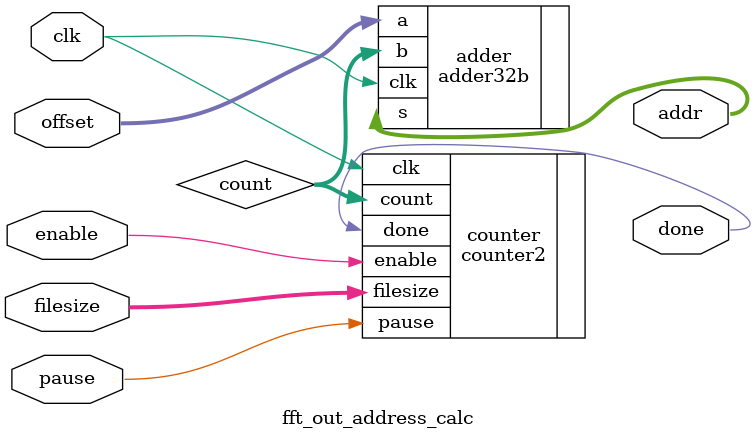
<source format=v>
/******************************************************************************
**
** Module:      filt_address_calc
** Description: Top level of address calculation for 1by1 word accelerators.
**		Filesize is measures in quantity of 128-bit "words".
**
** Author:      Miles Sherman
** Affiliation: Columbia University
**
** Last Update: 03/08/2013
**
******************************************************************************/

module fft_out_address_calc (offset, filesize, enable, pause, clk, addr, done);
	input [31:0] offset, filesize;
	input enable, pause, clk;
	output [31:0] addr;
	output done;
	
	wire [31:0] count;

	counter2 counter (.filesize(filesize),.enable(enable), .pause(pause), .clk(clk),.count(count), .done(done));
	
	adder32b adder (.a(offset), .b(count), .clk(clk), .s(addr));
	
endmodule

</source>
